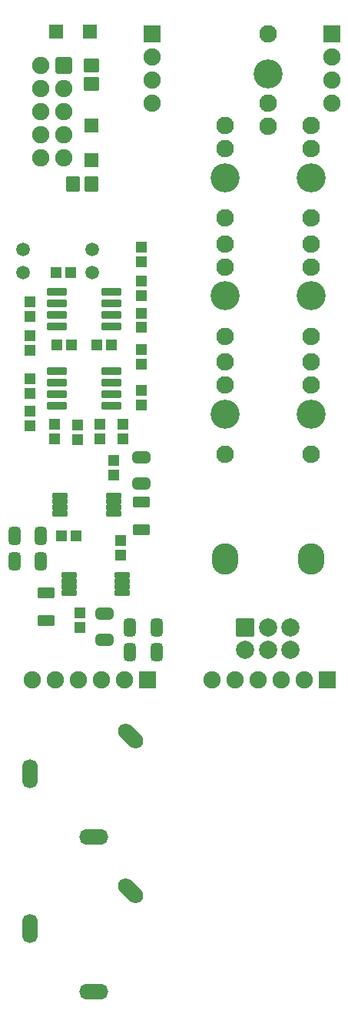
<source format=gbr>
G04 #@! TF.GenerationSoftware,KiCad,Pcbnew,(6.0.0)*
G04 #@! TF.CreationDate,2022-01-30T15:01:01+09:00*
G04 #@! TF.ProjectId,exits,65786974-732e-46b6-9963-61645f706362,2.1*
G04 #@! TF.SameCoordinates,Original*
G04 #@! TF.FileFunction,Soldermask,Top*
G04 #@! TF.FilePolarity,Negative*
%FSLAX46Y46*%
G04 Gerber Fmt 4.6, Leading zero omitted, Abs format (unit mm)*
G04 Created by KiCad (PCBNEW (6.0.0)) date 2022-01-30 15:01:01*
%MOMM*%
%LPD*%
G01*
G04 APERTURE LIST*
G04 Aperture macros list*
%AMRoundRect*
0 Rectangle with rounded corners*
0 $1 Rounding radius*
0 $2 $3 $4 $5 $6 $7 $8 $9 X,Y pos of 4 corners*
0 Add a 4 corners polygon primitive as box body*
4,1,4,$2,$3,$4,$5,$6,$7,$8,$9,$2,$3,0*
0 Add four circle primitives for the rounded corners*
1,1,$1+$1,$2,$3*
1,1,$1+$1,$4,$5*
1,1,$1+$1,$6,$7*
1,1,$1+$1,$8,$9*
0 Add four rect primitives between the rounded corners*
20,1,$1+$1,$2,$3,$4,$5,0*
20,1,$1+$1,$4,$5,$6,$7,0*
20,1,$1+$1,$6,$7,$8,$9,0*
20,1,$1+$1,$8,$9,$2,$3,0*%
%AMHorizOval*
0 Thick line with rounded ends*
0 $1 width*
0 $2 $3 position (X,Y) of the first rounded end (center of the circle)*
0 $4 $5 position (X,Y) of the second rounded end (center of the circle)*
0 Add line between two ends*
20,1,$1,$2,$3,$4,$5,0*
0 Add two circle primitives to create the rounded ends*
1,1,$1,$2,$3*
1,1,$1,$4,$5*%
G04 Aperture macros list end*
%ADD10C,3.203200*%
%ADD11C,1.930400*%
%ADD12O,2.923200X3.443200*%
%ADD13RoundRect,0.101600X0.900000X0.900000X-0.900000X0.900000X-0.900000X-0.900000X0.900000X-0.900000X0*%
%ADD14C,2.003200*%
%ADD15RoundRect,0.101600X0.850000X-0.850000X0.850000X0.850000X-0.850000X0.850000X-0.850000X-0.850000X0*%
%ADD16O,1.903200X1.903200*%
%ADD17RoundRect,0.101600X0.850000X0.850000X-0.850000X0.850000X-0.850000X-0.850000X0.850000X-0.850000X0*%
%ADD18RoundRect,0.101600X0.800000X-0.500000X0.800000X0.500000X-0.800000X0.500000X-0.800000X-0.500000X0*%
%ADD19RoundRect,0.101600X-0.500000X0.500000X-0.500000X-0.500000X0.500000X-0.500000X0.500000X0.500000X0*%
%ADD20RoundRect,0.101600X0.650000X0.750000X-0.650000X0.750000X-0.650000X-0.750000X0.650000X-0.750000X0*%
%ADD21RoundRect,0.101600X-0.500000X-0.500000X0.500000X-0.500000X0.500000X0.500000X-0.500000X0.500000X0*%
%ADD22RoundRect,0.101600X0.750000X-0.650000X0.750000X0.650000X-0.750000X0.650000X-0.750000X-0.650000X0*%
%ADD23RoundRect,0.351600X0.625000X-0.312500X0.625000X0.312500X-0.625000X0.312500X-0.625000X-0.312500X0*%
%ADD24RoundRect,0.101600X0.500000X-0.500000X0.500000X0.500000X-0.500000X0.500000X-0.500000X-0.500000X0*%
%ADD25RoundRect,0.351600X0.312500X0.625000X-0.312500X0.625000X-0.312500X-0.625000X0.312500X-0.625000X0*%
%ADD26RoundRect,0.101600X-0.850000X-0.850000X0.850000X-0.850000X0.850000X0.850000X-0.850000X0.850000X0*%
%ADD27RoundRect,0.351600X-0.625000X0.312500X-0.625000X-0.312500X0.625000X-0.312500X0.625000X0.312500X0*%
%ADD28RoundRect,0.351600X-0.312500X-0.625000X0.312500X-0.625000X0.312500X0.625000X-0.312500X0.625000X0*%
%ADD29RoundRect,0.101600X-0.700000X-0.700000X0.700000X-0.700000X0.700000X0.700000X-0.700000X0.700000X0*%
%ADD30RoundRect,0.101600X0.700000X-0.700000X0.700000X0.700000X-0.700000X0.700000X-0.700000X-0.700000X0*%
%ADD31RoundRect,0.101600X-0.850000X0.850000X-0.850000X-0.850000X0.850000X-0.850000X0.850000X0.850000X0*%
%ADD32HorizOval,1.711200X-0.533159X0.533159X0.533159X-0.533159X0*%
%ADD33O,3.219200X1.711200*%
%ADD34O,1.711200X3.219200*%
%ADD35RoundRect,0.101600X0.762500X-0.225000X0.762500X0.225000X-0.762500X0.225000X-0.762500X-0.225000X0*%
%ADD36RoundRect,0.101600X1.000000X-0.325000X1.000000X0.325000X-1.000000X0.325000X-1.000000X-0.325000X0*%
%ADD37RoundRect,0.101600X-0.762500X0.225000X-0.762500X-0.225000X0.762500X-0.225000X0.762500X0.225000X0*%
%ADD38RoundRect,0.351600X0.600000X0.600000X-0.600000X0.600000X-0.600000X-0.600000X0.600000X-0.600000X0*%
%ADD39C,1.903200*%
%ADD40C,1.503200*%
G04 APERTURE END LIST*
D10*
X147000000Y-84055000D03*
D11*
X147000000Y-78340000D03*
X147000000Y-80880000D03*
X147000000Y-88500000D03*
D10*
X156500000Y-58055000D03*
D11*
X156500000Y-52340000D03*
X156500000Y-54880000D03*
X156500000Y-62500000D03*
D10*
X156500000Y-71055000D03*
D11*
X156500000Y-65340000D03*
X156500000Y-67880000D03*
X156500000Y-75500000D03*
D10*
X151750000Y-46695000D03*
D11*
X151750000Y-52410000D03*
X151750000Y-49870000D03*
X151750000Y-42250000D03*
D10*
X147000000Y-58055000D03*
D11*
X147000000Y-52340000D03*
X147000000Y-54880000D03*
X147000000Y-62500000D03*
D10*
X147000000Y-71055000D03*
D11*
X147000000Y-65340000D03*
X147000000Y-67880000D03*
X147000000Y-75500000D03*
D10*
X156500000Y-84055000D03*
D11*
X156500000Y-78340000D03*
X156500000Y-80880000D03*
X156500000Y-88500000D03*
D12*
X156500000Y-100000000D03*
X147000000Y-100000000D03*
D13*
X149250000Y-107500000D03*
D14*
X151750000Y-107500000D03*
X154250000Y-107500000D03*
X149250000Y-110000000D03*
X151750000Y-110000000D03*
X154250000Y-110000000D03*
D15*
X158280000Y-113300000D03*
D16*
X155740000Y-113300000D03*
X153200000Y-113300000D03*
X150660000Y-113300000D03*
X148120000Y-113300000D03*
X145580000Y-113300000D03*
D17*
X158750000Y-42250000D03*
D16*
X158750000Y-44790000D03*
X158750000Y-47330000D03*
X158750000Y-49870000D03*
D18*
X137750000Y-96750000D03*
X137750000Y-93750000D03*
D19*
X125500000Y-80200000D03*
X125500000Y-81800000D03*
D18*
X127250000Y-106750000D03*
X127250000Y-103750000D03*
D20*
X132250000Y-58750000D03*
X130250000Y-58750000D03*
D19*
X137750000Y-81450000D03*
X137750000Y-83050000D03*
D21*
X128400000Y-68500000D03*
X130000000Y-68500000D03*
D22*
X132250000Y-47750000D03*
X132250000Y-45750000D03*
D19*
X125500000Y-71750000D03*
X125500000Y-73350000D03*
X125500000Y-83750000D03*
X125500000Y-85350000D03*
D23*
X133750000Y-108925000D03*
X133750000Y-106000000D03*
D19*
X125500000Y-75450000D03*
X125500000Y-77050000D03*
D24*
X137750000Y-67300000D03*
X137750000Y-65700000D03*
D25*
X126712500Y-100250000D03*
X123787500Y-100250000D03*
X126712500Y-97500000D03*
X123787500Y-97500000D03*
D26*
X139000000Y-42250000D03*
D16*
X139000000Y-44790000D03*
X139000000Y-47330000D03*
X139000000Y-49870000D03*
D19*
X137750000Y-76950000D03*
X137750000Y-78550000D03*
D27*
X137750000Y-88787500D03*
X137750000Y-91712500D03*
D28*
X136537500Y-110250000D03*
X139462500Y-110250000D03*
X136537500Y-107500000D03*
X139462500Y-107500000D03*
D19*
X137750000Y-72950000D03*
X137750000Y-74550000D03*
D21*
X132900000Y-76500000D03*
X134500000Y-76500000D03*
X128450000Y-76500000D03*
X130050000Y-76500000D03*
D24*
X137750000Y-71050000D03*
X137750000Y-69450000D03*
D29*
X128350000Y-42000000D03*
X132150000Y-42000000D03*
D30*
X132250000Y-56150000D03*
X132250000Y-52350000D03*
D31*
X138500000Y-113300000D03*
D16*
X135960000Y-113300000D03*
X133420000Y-113300000D03*
X130880000Y-113300000D03*
X128340000Y-113300000D03*
X125800000Y-113300000D03*
D32*
X136596000Y-136504000D03*
D33*
X132500000Y-147600000D03*
D34*
X125500000Y-140600000D03*
D35*
X129788000Y-101775000D03*
X129788000Y-102425000D03*
X129788000Y-103075000D03*
X129788000Y-103725000D03*
X135712000Y-103725000D03*
X135712000Y-103075000D03*
X135712000Y-102425000D03*
X135712000Y-101775000D03*
D36*
X134500000Y-74405000D03*
X134500000Y-73135000D03*
X134500000Y-71865000D03*
X134500000Y-70595000D03*
X128500000Y-70595000D03*
X128500000Y-71865000D03*
X128500000Y-73135000D03*
X128500000Y-74405000D03*
D19*
X133250000Y-85200000D03*
X133250000Y-86800000D03*
X130750000Y-85250000D03*
X130750000Y-86850000D03*
D24*
X135500000Y-99550000D03*
X135500000Y-97950000D03*
D21*
X128950000Y-97500000D03*
X130550000Y-97500000D03*
D19*
X135750000Y-85200000D03*
X135750000Y-86800000D03*
D36*
X134500000Y-83155000D03*
X134500000Y-81885000D03*
X134500000Y-80615000D03*
X134500000Y-79345000D03*
X128500000Y-79345000D03*
X128500000Y-80615000D03*
X128500000Y-81885000D03*
X128500000Y-83155000D03*
D37*
X134712000Y-94975000D03*
X134712000Y-94325000D03*
X134712000Y-93675000D03*
X134712000Y-93025000D03*
X128788000Y-93025000D03*
X128788000Y-93675000D03*
X128788000Y-94325000D03*
X128788000Y-94975000D03*
D19*
X134750000Y-89200000D03*
X134750000Y-90800000D03*
X128250000Y-85200000D03*
X128250000Y-86800000D03*
D24*
X131000000Y-107550000D03*
X131000000Y-105950000D03*
D32*
X136596000Y-119504000D03*
D33*
X132500000Y-130600000D03*
D34*
X125500000Y-123600000D03*
D38*
X129250000Y-45750000D03*
D39*
X126710000Y-45750000D03*
X129250000Y-48290000D03*
X126710000Y-48290000D03*
X129250000Y-50830000D03*
X126710000Y-50830000D03*
X129250000Y-53370000D03*
X126710000Y-53370000D03*
X129250000Y-55910000D03*
X126710000Y-55910000D03*
D40*
X124750000Y-68500000D03*
X124750000Y-65960000D03*
X132350000Y-68500000D03*
X132350000Y-65960000D03*
M02*

</source>
